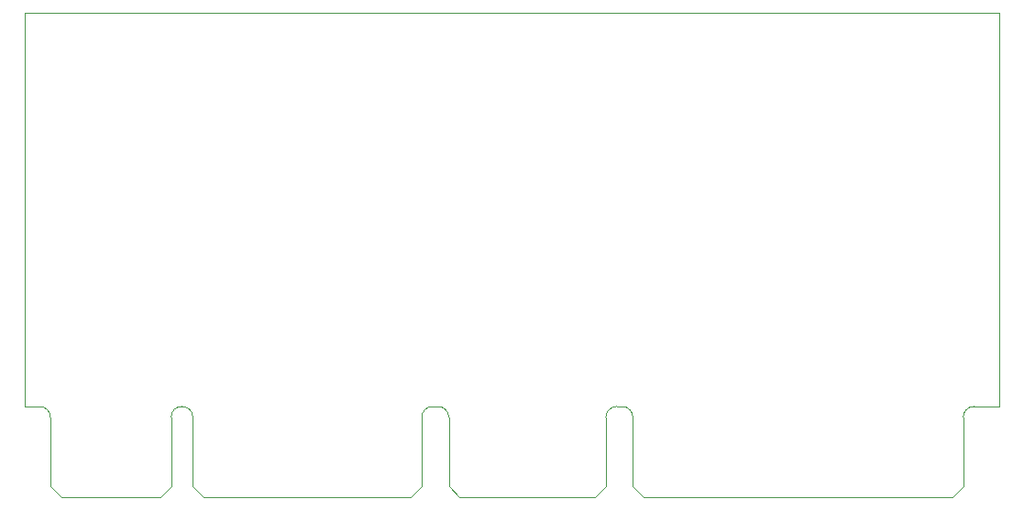
<source format=gbr>
G04 #@! TF.FileFunction,Glue,Bot*
%FSLAX46Y46*%
G04 Gerber Fmt 4.6, Leading zero omitted, Abs format (unit mm)*
G04 Created by KiCad (PCBNEW 4.0.7) date 09/09/17 19:34:41*
%MOMM*%
%LPD*%
G01*
G04 APERTURE LIST*
%ADD10C,0.100000*%
G04 APERTURE END LIST*
D10*
X86767232Y-135759051D02*
X86767232Y-135359051D01*
X97917232Y-135359051D02*
X97917232Y-135759051D01*
X96917232Y-136759051D02*
X87767232Y-136759051D01*
X96917232Y-136759051D02*
X97917232Y-135759051D01*
X86767232Y-135759051D02*
X87767232Y-136759051D01*
X140567232Y-135759051D02*
X140567232Y-135359051D01*
X140567232Y-135759051D02*
X141567232Y-136759051D01*
X170067232Y-136759051D02*
X141567232Y-136759051D01*
X170067232Y-136759051D02*
X171067232Y-135759051D01*
X171067232Y-135359051D02*
X171067232Y-135759051D01*
X174417232Y-91959051D02*
X174417232Y-128359051D01*
X84417232Y-128359051D02*
X84417232Y-91959051D01*
X84417232Y-91959051D02*
X174417232Y-91959051D01*
X121067232Y-129359051D02*
X121067232Y-135359051D01*
X121067232Y-129359051D02*
G75*
G02X122067232Y-128359051I1000000J0D01*
G01*
X122567232Y-128359051D02*
X122067232Y-128359051D01*
X122567232Y-128359051D02*
G75*
G02X123567232Y-129359051I0J-1000000D01*
G01*
X123567232Y-135359051D02*
X123567232Y-129359051D01*
X138067232Y-129359051D02*
X138067232Y-135359051D01*
X138067232Y-129359051D02*
G75*
G02X139067232Y-128359051I1000000J0D01*
G01*
X139567232Y-128359051D02*
X139067232Y-128359051D01*
X139567232Y-128359051D02*
G75*
G02X140567232Y-129359051I0J-1000000D01*
G01*
X140567232Y-135359051D02*
X140567232Y-129359051D01*
X171067232Y-129359051D02*
X171067232Y-135359051D01*
X171067232Y-129359051D02*
G75*
G02X172067232Y-128359051I1000000J0D01*
G01*
X172067232Y-128359051D02*
X174417232Y-128359051D01*
X85767232Y-128359051D02*
X84417232Y-128359051D01*
X85767232Y-128359051D02*
G75*
G02X86767232Y-129359051I0J-1000000D01*
G01*
X86767232Y-135359051D02*
X86767232Y-129359051D01*
X97917232Y-129359051D02*
X97917232Y-135359051D01*
X97917232Y-129359051D02*
G75*
G02X99917232Y-129359051I1000000J0D01*
G01*
X99917232Y-135359051D02*
X99917232Y-129359051D01*
X137067232Y-136759051D02*
X124567232Y-136759051D01*
X137067232Y-136759051D02*
X138067232Y-135759051D01*
X138067232Y-135359051D02*
X138067232Y-135759051D01*
X123567232Y-135759051D02*
X123567232Y-135359051D01*
X123567232Y-135759051D02*
X124567232Y-136759051D01*
X120067232Y-136759051D02*
X100917232Y-136759051D01*
X120067232Y-136759051D02*
X121067232Y-135759051D01*
X121067232Y-135359051D02*
X121067232Y-135759051D01*
X99917232Y-135759051D02*
X99917232Y-135359051D01*
X99917232Y-135759051D02*
X100917232Y-136759051D01*
M02*

</source>
